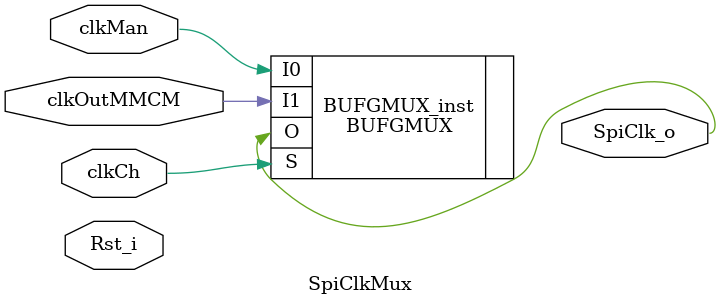
<source format=v>

module SpiClkMux (
	input Rst_i,
	input clkCh,
	input clkOutMMCM,
	input clkMan,

	output SpiClk_o
);
//================================================================================
//	REG/WIRE
//================================================================================
reg spiClkReg;

wire spiClk;

//================================================================================
//	ASSIGNMENTS
//===============================================================================
assign spiClk = spiClkReg;

//================================================================================
//	CODING
//================================================================================ 
// always @(*) begin 
// 	if (Rst_i) begin 
// 		spiClkReg = 0;
// 	end
// 	else begin 
// 		if (clkCh) begin 
// 			spiClkReg = clkOutMMCM;
// 		end
// 		else begin 
// 			spiClkReg = clkMan;
// 		end
// 	end
// end

// BUFG BUFG_inst (
// 	.O(SpiClk_o),	// 1-bit output: Clock output
// 	.I(spiClk)		// 1-bit input: Clock input
// );

   BUFGMUX #(
   )
   BUFGMUX_inst (
      .O(SpiClk_o),   // 1-bit output: Clock output
      .I0(clkMan), // 1-bit input: Clock input (S=0)
      .I1(clkOutMMCM), // 1-bit input: Clock input (S=1)
      .S(clkCh)    // 1-bit input: Clock select
   );

endmodule




</source>
